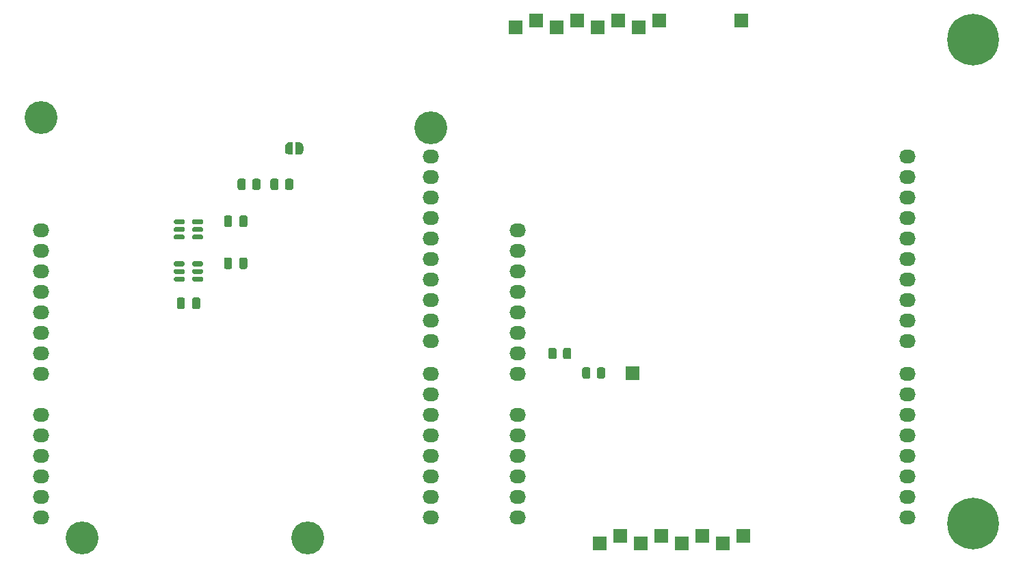
<source format=gts>
G04 #@! TF.GenerationSoftware,KiCad,Pcbnew,6.0.2+dfsg-1*
G04 #@! TF.CreationDate,2025-02-22T22:39:26-07:00*
G04 #@! TF.ProjectId,ard-ltc2499-test,6172642d-6c74-4633-9234-39392d746573,rev?*
G04 #@! TF.SameCoordinates,Original*
G04 #@! TF.FileFunction,Soldermask,Top*
G04 #@! TF.FilePolarity,Negative*
%FSLAX46Y46*%
G04 Gerber Fmt 4.6, Leading zero omitted, Abs format (unit mm)*
G04 Created by KiCad (PCBNEW 6.0.2+dfsg-1) date 2025-02-22 22:39:26*
%MOMM*%
%LPD*%
G01*
G04 APERTURE LIST*
%ADD10O,2.032000X1.727200*%
%ADD11C,4.064000*%
%ADD12R,1.700000X1.700000*%
%ADD13C,6.400000*%
G04 APERTURE END LIST*
D10*
X113538000Y-85725000D03*
X113538000Y-88265000D03*
X113538000Y-90805000D03*
X113538000Y-93345000D03*
X113538000Y-95885000D03*
X113538000Y-98425000D03*
X113538000Y-100965000D03*
X113538000Y-103505000D03*
X113538000Y-108585000D03*
X113538000Y-111125000D03*
X113538000Y-113665000D03*
X113538000Y-116205000D03*
X113538000Y-118745000D03*
X113538000Y-121285000D03*
X161798000Y-76581000D03*
X161798000Y-79121000D03*
X161798000Y-81661000D03*
X161798000Y-84201000D03*
X161798000Y-86741000D03*
X161798000Y-89281000D03*
X161798000Y-91821000D03*
X161798000Y-94361000D03*
X161798000Y-96901000D03*
X161798000Y-99441000D03*
X161798000Y-103505000D03*
X161798000Y-106045000D03*
X161798000Y-108585000D03*
X161798000Y-111125000D03*
X161798000Y-113665000D03*
X161798000Y-116205000D03*
X161798000Y-118745000D03*
X161798000Y-121285000D03*
D11*
X113538000Y-71755000D03*
X118618000Y-123825000D03*
X161798000Y-73025000D03*
X146558000Y-123825000D03*
G36*
X144757000Y-76315000D02*
G01*
X144257000Y-76315000D01*
X144257000Y-76310033D01*
X144177059Y-76308568D01*
X144041744Y-76266293D01*
X143923734Y-76187738D01*
X143832514Y-76079219D01*
X143775419Y-75949460D01*
X143757836Y-75815000D01*
X143757000Y-75815000D01*
X143757000Y-75315000D01*
X143757836Y-75315000D01*
X143757037Y-75308891D01*
X143778848Y-75168814D01*
X143839096Y-75040489D01*
X143932940Y-74934231D01*
X144052835Y-74858583D01*
X144189142Y-74819626D01*
X144257000Y-74820041D01*
X144257000Y-74815000D01*
X144757000Y-74815000D01*
X144757000Y-76315000D01*
G37*
G36*
X145557000Y-74820041D02*
G01*
X145630905Y-74820492D01*
X145766726Y-74861111D01*
X145885688Y-74938218D01*
X145978226Y-75045615D01*
X146036903Y-75174667D01*
X146057000Y-75315000D01*
X146057000Y-75815000D01*
X146056851Y-75827216D01*
X146033331Y-75967017D01*
X145971519Y-76094596D01*
X145876384Y-76199700D01*
X145755574Y-76273877D01*
X145618801Y-76311166D01*
X145557000Y-76310033D01*
X145557000Y-76315000D01*
X145057000Y-76315000D01*
X145057000Y-74815000D01*
X145557000Y-74815000D01*
X145557000Y-74820041D01*
G37*
D12*
X174879000Y-59690000D03*
G36*
G01*
X176375000Y-101415000D02*
X176375000Y-100515000D01*
G75*
G02*
X176625000Y-100265000I250000J0D01*
G01*
X177150000Y-100265000D01*
G75*
G02*
X177400000Y-100515000I0J-250000D01*
G01*
X177400000Y-101415000D01*
G75*
G02*
X177150000Y-101665000I-250000J0D01*
G01*
X176625000Y-101665000D01*
G75*
G02*
X176375000Y-101415000I0J250000D01*
G01*
G37*
G36*
G01*
X178200000Y-101415000D02*
X178200000Y-100515000D01*
G75*
G02*
X178450000Y-100265000I250000J0D01*
G01*
X178975000Y-100265000D01*
G75*
G02*
X179225000Y-100515000I0J-250000D01*
G01*
X179225000Y-101415000D01*
G75*
G02*
X178975000Y-101665000I-250000J0D01*
G01*
X178450000Y-101665000D01*
G75*
G02*
X178200000Y-101415000I0J250000D01*
G01*
G37*
D10*
X220853000Y-103505000D03*
X220853000Y-106045000D03*
X220853000Y-108585000D03*
X220853000Y-111125000D03*
X220853000Y-113665000D03*
X220853000Y-116205000D03*
X220853000Y-118745000D03*
X220853000Y-121285000D03*
D12*
X172339000Y-60579000D03*
G36*
G01*
X130026000Y-90005000D02*
X130026000Y-89705000D01*
G75*
G02*
X130176000Y-89555000I150000J0D01*
G01*
X131201000Y-89555000D01*
G75*
G02*
X131351000Y-89705000I0J-150000D01*
G01*
X131351000Y-90005000D01*
G75*
G02*
X131201000Y-90155000I-150000J0D01*
G01*
X130176000Y-90155000D01*
G75*
G02*
X130026000Y-90005000I0J150000D01*
G01*
G37*
G36*
G01*
X130026000Y-90955000D02*
X130026000Y-90655000D01*
G75*
G02*
X130176000Y-90505000I150000J0D01*
G01*
X131201000Y-90505000D01*
G75*
G02*
X131351000Y-90655000I0J-150000D01*
G01*
X131351000Y-90955000D01*
G75*
G02*
X131201000Y-91105000I-150000J0D01*
G01*
X130176000Y-91105000D01*
G75*
G02*
X130026000Y-90955000I0J150000D01*
G01*
G37*
G36*
G01*
X130026000Y-91905000D02*
X130026000Y-91605000D01*
G75*
G02*
X130176000Y-91455000I150000J0D01*
G01*
X131201000Y-91455000D01*
G75*
G02*
X131351000Y-91605000I0J-150000D01*
G01*
X131351000Y-91905000D01*
G75*
G02*
X131201000Y-92055000I-150000J0D01*
G01*
X130176000Y-92055000D01*
G75*
G02*
X130026000Y-91905000I0J150000D01*
G01*
G37*
G36*
G01*
X132301000Y-91905000D02*
X132301000Y-91605000D01*
G75*
G02*
X132451000Y-91455000I150000J0D01*
G01*
X133476000Y-91455000D01*
G75*
G02*
X133626000Y-91605000I0J-150000D01*
G01*
X133626000Y-91905000D01*
G75*
G02*
X133476000Y-92055000I-150000J0D01*
G01*
X132451000Y-92055000D01*
G75*
G02*
X132301000Y-91905000I0J150000D01*
G01*
G37*
G36*
G01*
X132301000Y-90955000D02*
X132301000Y-90655000D01*
G75*
G02*
X132451000Y-90505000I150000J0D01*
G01*
X133476000Y-90505000D01*
G75*
G02*
X133626000Y-90655000I0J-150000D01*
G01*
X133626000Y-90955000D01*
G75*
G02*
X133476000Y-91105000I-150000J0D01*
G01*
X132451000Y-91105000D01*
G75*
G02*
X132301000Y-90955000I0J150000D01*
G01*
G37*
G36*
G01*
X132301000Y-90005000D02*
X132301000Y-89705000D01*
G75*
G02*
X132451000Y-89555000I150000J0D01*
G01*
X133476000Y-89555000D01*
G75*
G02*
X133626000Y-89705000I0J-150000D01*
G01*
X133626000Y-90005000D01*
G75*
G02*
X133476000Y-90155000I-150000J0D01*
G01*
X132451000Y-90155000D01*
G75*
G02*
X132301000Y-90005000I0J150000D01*
G01*
G37*
G36*
G01*
X130026000Y-84798000D02*
X130026000Y-84498000D01*
G75*
G02*
X130176000Y-84348000I150000J0D01*
G01*
X131201000Y-84348000D01*
G75*
G02*
X131351000Y-84498000I0J-150000D01*
G01*
X131351000Y-84798000D01*
G75*
G02*
X131201000Y-84948000I-150000J0D01*
G01*
X130176000Y-84948000D01*
G75*
G02*
X130026000Y-84798000I0J150000D01*
G01*
G37*
G36*
G01*
X130026000Y-85748000D02*
X130026000Y-85448000D01*
G75*
G02*
X130176000Y-85298000I150000J0D01*
G01*
X131201000Y-85298000D01*
G75*
G02*
X131351000Y-85448000I0J-150000D01*
G01*
X131351000Y-85748000D01*
G75*
G02*
X131201000Y-85898000I-150000J0D01*
G01*
X130176000Y-85898000D01*
G75*
G02*
X130026000Y-85748000I0J150000D01*
G01*
G37*
G36*
G01*
X130026000Y-86698000D02*
X130026000Y-86398000D01*
G75*
G02*
X130176000Y-86248000I150000J0D01*
G01*
X131201000Y-86248000D01*
G75*
G02*
X131351000Y-86398000I0J-150000D01*
G01*
X131351000Y-86698000D01*
G75*
G02*
X131201000Y-86848000I-150000J0D01*
G01*
X130176000Y-86848000D01*
G75*
G02*
X130026000Y-86698000I0J150000D01*
G01*
G37*
G36*
G01*
X132301000Y-86698000D02*
X132301000Y-86398000D01*
G75*
G02*
X132451000Y-86248000I150000J0D01*
G01*
X133476000Y-86248000D01*
G75*
G02*
X133626000Y-86398000I0J-150000D01*
G01*
X133626000Y-86698000D01*
G75*
G02*
X133476000Y-86848000I-150000J0D01*
G01*
X132451000Y-86848000D01*
G75*
G02*
X132301000Y-86698000I0J150000D01*
G01*
G37*
G36*
G01*
X132301000Y-85748000D02*
X132301000Y-85448000D01*
G75*
G02*
X132451000Y-85298000I150000J0D01*
G01*
X133476000Y-85298000D01*
G75*
G02*
X133626000Y-85448000I0J-150000D01*
G01*
X133626000Y-85748000D01*
G75*
G02*
X133476000Y-85898000I-150000J0D01*
G01*
X132451000Y-85898000D01*
G75*
G02*
X132301000Y-85748000I0J150000D01*
G01*
G37*
G36*
G01*
X132301000Y-84798000D02*
X132301000Y-84498000D01*
G75*
G02*
X132451000Y-84348000I150000J0D01*
G01*
X133476000Y-84348000D01*
G75*
G02*
X133626000Y-84498000I0J-150000D01*
G01*
X133626000Y-84798000D01*
G75*
G02*
X133476000Y-84948000I-150000J0D01*
G01*
X132451000Y-84948000D01*
G75*
G02*
X132301000Y-84798000I0J150000D01*
G01*
G37*
X200533000Y-123571000D03*
D10*
X172593000Y-108585000D03*
X172593000Y-111125000D03*
X172593000Y-113665000D03*
X172593000Y-116205000D03*
X172593000Y-118745000D03*
X172593000Y-121285000D03*
G36*
G01*
X144808000Y-79560000D02*
X144808000Y-80460000D01*
G75*
G02*
X144558000Y-80710000I-250000J0D01*
G01*
X144033000Y-80710000D01*
G75*
G02*
X143783000Y-80460000I0J250000D01*
G01*
X143783000Y-79560000D01*
G75*
G02*
X144033000Y-79310000I250000J0D01*
G01*
X144558000Y-79310000D01*
G75*
G02*
X144808000Y-79560000I0J-250000D01*
G01*
G37*
G36*
G01*
X142983000Y-79560000D02*
X142983000Y-80460000D01*
G75*
G02*
X142733000Y-80710000I-250000J0D01*
G01*
X142208000Y-80710000D01*
G75*
G02*
X141958000Y-80460000I0J250000D01*
G01*
X141958000Y-79560000D01*
G75*
G02*
X142208000Y-79310000I250000J0D01*
G01*
X142733000Y-79310000D01*
G75*
G02*
X142983000Y-79560000I0J-250000D01*
G01*
G37*
D12*
X177419000Y-60579000D03*
X195453000Y-123571000D03*
D13*
X228981000Y-122047000D03*
D12*
X187833000Y-124460000D03*
G36*
G01*
X180566000Y-103828000D02*
X180566000Y-102928000D01*
G75*
G02*
X180816000Y-102678000I250000J0D01*
G01*
X181341000Y-102678000D01*
G75*
G02*
X181591000Y-102928000I0J-250000D01*
G01*
X181591000Y-103828000D01*
G75*
G02*
X181341000Y-104078000I-250000J0D01*
G01*
X180816000Y-104078000D01*
G75*
G02*
X180566000Y-103828000I0J250000D01*
G01*
G37*
G36*
G01*
X182391000Y-103828000D02*
X182391000Y-102928000D01*
G75*
G02*
X182641000Y-102678000I250000J0D01*
G01*
X183166000Y-102678000D01*
G75*
G02*
X183416000Y-102928000I0J-250000D01*
G01*
X183416000Y-103828000D01*
G75*
G02*
X183166000Y-104078000I-250000J0D01*
G01*
X182641000Y-104078000D01*
G75*
G02*
X182391000Y-103828000I0J250000D01*
G01*
G37*
D10*
X220853000Y-76581000D03*
X220853000Y-79121000D03*
X220853000Y-81661000D03*
X220853000Y-84201000D03*
X220853000Y-86741000D03*
X220853000Y-89281000D03*
X220853000Y-91821000D03*
X220853000Y-94361000D03*
X220853000Y-96901000D03*
X220853000Y-99441000D03*
D12*
X185039000Y-59690000D03*
X186817000Y-103378000D03*
G36*
G01*
X136218000Y-90264000D02*
X136218000Y-89314000D01*
G75*
G02*
X136468000Y-89064000I250000J0D01*
G01*
X136968000Y-89064000D01*
G75*
G02*
X137218000Y-89314000I0J-250000D01*
G01*
X137218000Y-90264000D01*
G75*
G02*
X136968000Y-90514000I-250000J0D01*
G01*
X136468000Y-90514000D01*
G75*
G02*
X136218000Y-90264000I0J250000D01*
G01*
G37*
G36*
G01*
X138118000Y-90264000D02*
X138118000Y-89314000D01*
G75*
G02*
X138368000Y-89064000I250000J0D01*
G01*
X138868000Y-89064000D01*
G75*
G02*
X139118000Y-89314000I0J-250000D01*
G01*
X139118000Y-90264000D01*
G75*
G02*
X138868000Y-90514000I-250000J0D01*
G01*
X138368000Y-90514000D01*
G75*
G02*
X138118000Y-90264000I0J250000D01*
G01*
G37*
X200279000Y-59690000D03*
X182753000Y-124460000D03*
X192913000Y-124460000D03*
G36*
G01*
X136218000Y-85057000D02*
X136218000Y-84107000D01*
G75*
G02*
X136468000Y-83857000I250000J0D01*
G01*
X136968000Y-83857000D01*
G75*
G02*
X137218000Y-84107000I0J-250000D01*
G01*
X137218000Y-85057000D01*
G75*
G02*
X136968000Y-85307000I-250000J0D01*
G01*
X136468000Y-85307000D01*
G75*
G02*
X136218000Y-85057000I0J250000D01*
G01*
G37*
G36*
G01*
X138118000Y-85057000D02*
X138118000Y-84107000D01*
G75*
G02*
X138368000Y-83857000I250000J0D01*
G01*
X138868000Y-83857000D01*
G75*
G02*
X139118000Y-84107000I0J-250000D01*
G01*
X139118000Y-85057000D01*
G75*
G02*
X138868000Y-85307000I-250000J0D01*
G01*
X138368000Y-85307000D01*
G75*
G02*
X138118000Y-85057000I0J250000D01*
G01*
G37*
X190119000Y-59690000D03*
X197993000Y-124460000D03*
X179959000Y-59690000D03*
G36*
G01*
X133276000Y-94267000D02*
X133276000Y-95217000D01*
G75*
G02*
X133026000Y-95467000I-250000J0D01*
G01*
X132526000Y-95467000D01*
G75*
G02*
X132276000Y-95217000I0J250000D01*
G01*
X132276000Y-94267000D01*
G75*
G02*
X132526000Y-94017000I250000J0D01*
G01*
X133026000Y-94017000D01*
G75*
G02*
X133276000Y-94267000I0J-250000D01*
G01*
G37*
G36*
G01*
X131376000Y-94267000D02*
X131376000Y-95217000D01*
G75*
G02*
X131126000Y-95467000I-250000J0D01*
G01*
X130626000Y-95467000D01*
G75*
G02*
X130376000Y-95217000I0J250000D01*
G01*
X130376000Y-94267000D01*
G75*
G02*
X130626000Y-94017000I250000J0D01*
G01*
X131126000Y-94017000D01*
G75*
G02*
X131376000Y-94267000I0J-250000D01*
G01*
G37*
X182499000Y-60579000D03*
G36*
G01*
X140744000Y-79560000D02*
X140744000Y-80460000D01*
G75*
G02*
X140494000Y-80710000I-250000J0D01*
G01*
X139969000Y-80710000D01*
G75*
G02*
X139719000Y-80460000I0J250000D01*
G01*
X139719000Y-79560000D01*
G75*
G02*
X139969000Y-79310000I250000J0D01*
G01*
X140494000Y-79310000D01*
G75*
G02*
X140744000Y-79560000I0J-250000D01*
G01*
G37*
G36*
G01*
X138919000Y-79560000D02*
X138919000Y-80460000D01*
G75*
G02*
X138669000Y-80710000I-250000J0D01*
G01*
X138144000Y-80710000D01*
G75*
G02*
X137894000Y-80460000I0J250000D01*
G01*
X137894000Y-79560000D01*
G75*
G02*
X138144000Y-79310000I250000J0D01*
G01*
X138669000Y-79310000D01*
G75*
G02*
X138919000Y-79560000I0J-250000D01*
G01*
G37*
D10*
X172593000Y-85725000D03*
X172593000Y-88265000D03*
X172593000Y-90805000D03*
X172593000Y-93345000D03*
X172593000Y-95885000D03*
X172593000Y-98425000D03*
X172593000Y-100965000D03*
X172593000Y-103505000D03*
D12*
X185293000Y-123571000D03*
D13*
X228981000Y-62103000D03*
D12*
X190373000Y-123571000D03*
X187579000Y-60579000D03*
M02*

</source>
